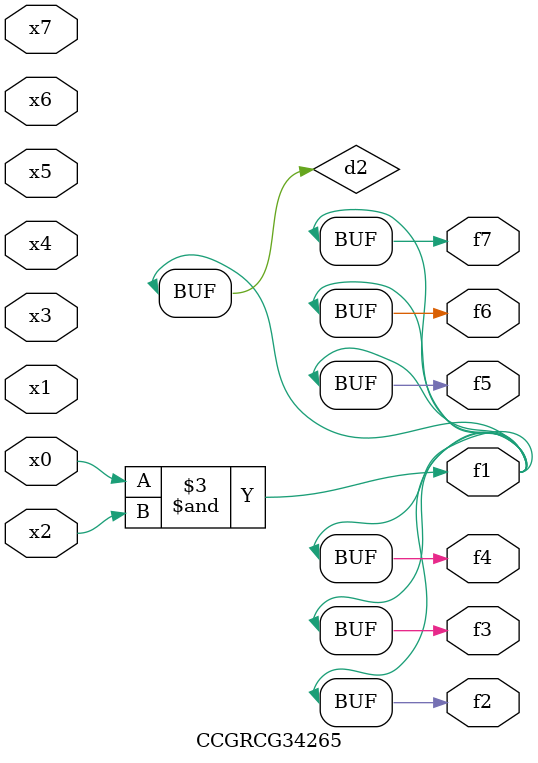
<source format=v>
module CCGRCG34265(
	input x0, x1, x2, x3, x4, x5, x6, x7,
	output f1, f2, f3, f4, f5, f6, f7
);

	wire d1, d2;

	nor (d1, x3, x6);
	and (d2, x0, x2);
	assign f1 = d2;
	assign f2 = d2;
	assign f3 = d2;
	assign f4 = d2;
	assign f5 = d2;
	assign f6 = d2;
	assign f7 = d2;
endmodule

</source>
